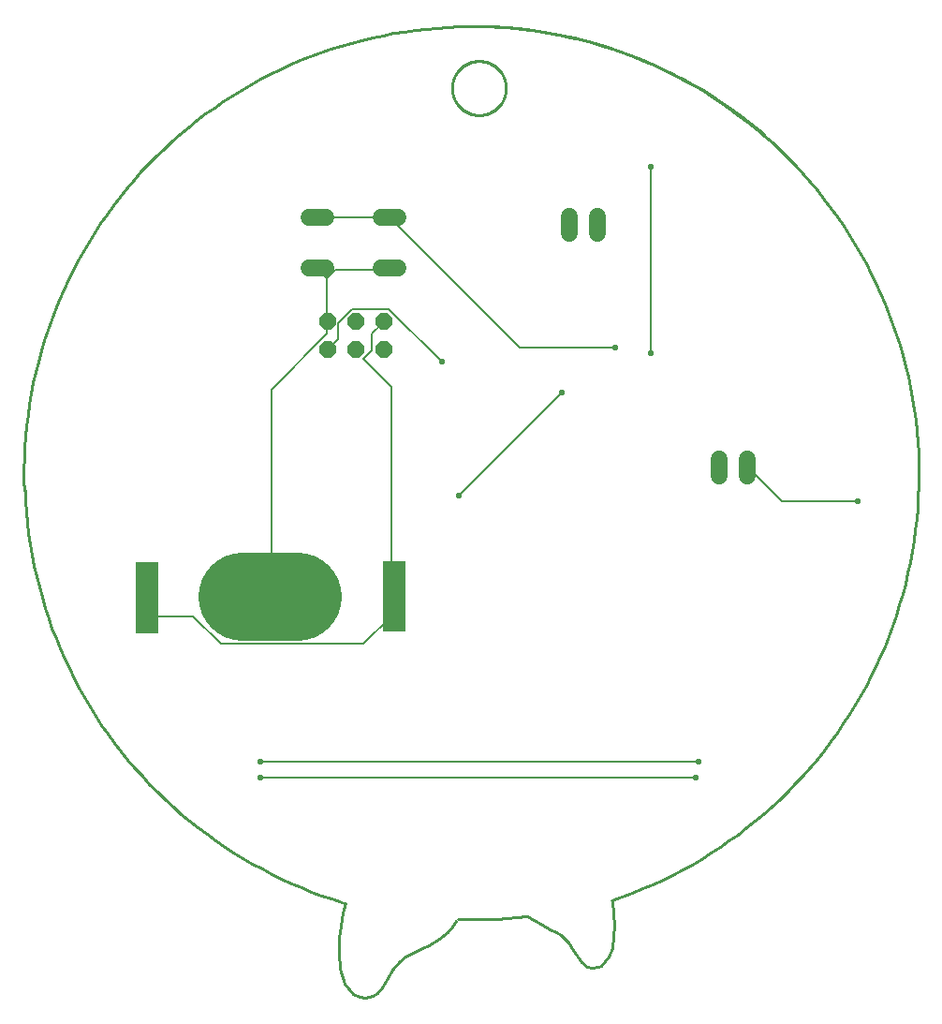
<source format=gbl>
G75*
%MOIN*%
%OFA0B0*%
%FSLAX25Y25*%
%IPPOS*%
%LPD*%
%AMOC8*
5,1,8,0,0,1.08239X$1,22.5*
%
%ADD10C,0.01000*%
%ADD11OC8,0.06000*%
%ADD12R,0.08000X0.12500*%
%ADD13C,0.31496*%
%ADD14C,0.06000*%
%ADD15C,0.00600*%
%ADD16OC8,0.02300*%
D10*
X0128781Y0013704D02*
X0125829Y0017395D01*
X0124106Y0022562D01*
X0123614Y0028714D01*
X0123860Y0033635D01*
X0124352Y0038064D01*
X0125090Y0042739D01*
X0126075Y0046184D01*
X0125336Y0046184D01*
X0145268Y0025269D02*
X0147482Y0026991D01*
X0149943Y0028468D01*
X0153388Y0030190D01*
X0155848Y0031174D01*
X0159293Y0033389D01*
X0162246Y0035604D01*
X0164214Y0037818D01*
X0165445Y0039787D01*
X0145268Y0025269D02*
X0142807Y0022316D01*
X0141085Y0019363D01*
X0139116Y0015919D01*
X0137394Y0014196D01*
X0135671Y0012966D01*
X0133210Y0012228D01*
X0130996Y0012720D01*
X0128781Y0013704D01*
X0190789Y0041263D02*
X0193004Y0040033D01*
X0195957Y0038310D01*
X0198663Y0036834D01*
X0201124Y0035604D01*
X0202846Y0034619D01*
X0205553Y0031913D01*
X0207029Y0029452D01*
X0209982Y0025023D01*
X0211951Y0023546D01*
X0213673Y0023054D01*
X0216134Y0023546D01*
X0217118Y0023793D01*
X0219579Y0026991D01*
X0221055Y0030190D01*
X0221547Y0034373D01*
X0221793Y0038064D01*
X0221547Y0042247D01*
X0221055Y0047169D01*
X0274943Y0319560D02*
X0272010Y0322021D01*
X0269019Y0324411D01*
X0265972Y0326729D01*
X0262869Y0328973D01*
X0259715Y0331142D01*
X0256509Y0333235D01*
X0253253Y0335251D01*
X0249951Y0337188D01*
X0246603Y0339045D01*
X0243211Y0340822D01*
X0239778Y0342517D01*
X0236306Y0344129D01*
X0232795Y0345657D01*
X0229250Y0347102D01*
X0225670Y0348460D01*
X0222059Y0349733D01*
X0218419Y0350919D01*
X0214751Y0352017D01*
X0211058Y0353027D01*
X0207342Y0353949D01*
X0203605Y0354781D01*
X0199849Y0355523D01*
X0196076Y0356176D01*
X0192289Y0356737D01*
X0188489Y0357208D01*
X0184679Y0357588D01*
X0180862Y0357877D01*
X0177038Y0358073D01*
X0173211Y0358179D01*
X0169382Y0358192D01*
X0163956Y0336046D02*
X0163959Y0336282D01*
X0163968Y0336517D01*
X0163982Y0336753D01*
X0164002Y0336988D01*
X0164028Y0337222D01*
X0164060Y0337456D01*
X0164097Y0337689D01*
X0164141Y0337921D01*
X0164189Y0338151D01*
X0164244Y0338381D01*
X0164304Y0338609D01*
X0164370Y0338835D01*
X0164441Y0339060D01*
X0164518Y0339283D01*
X0164600Y0339504D01*
X0164687Y0339723D01*
X0164780Y0339940D01*
X0164879Y0340154D01*
X0164982Y0340366D01*
X0165091Y0340576D01*
X0165204Y0340782D01*
X0165323Y0340986D01*
X0165447Y0341187D01*
X0165575Y0341384D01*
X0165709Y0341579D01*
X0165847Y0341770D01*
X0165990Y0341958D01*
X0166137Y0342142D01*
X0166289Y0342322D01*
X0166445Y0342499D01*
X0166606Y0342672D01*
X0166770Y0342841D01*
X0166939Y0343005D01*
X0167112Y0343166D01*
X0167289Y0343322D01*
X0167469Y0343474D01*
X0167653Y0343621D01*
X0167841Y0343764D01*
X0168032Y0343902D01*
X0168227Y0344036D01*
X0168424Y0344164D01*
X0168625Y0344288D01*
X0168829Y0344407D01*
X0169035Y0344520D01*
X0169245Y0344629D01*
X0169457Y0344732D01*
X0169671Y0344831D01*
X0169888Y0344924D01*
X0170107Y0345011D01*
X0170328Y0345093D01*
X0170551Y0345170D01*
X0170776Y0345241D01*
X0171002Y0345307D01*
X0171230Y0345367D01*
X0171460Y0345422D01*
X0171690Y0345470D01*
X0171922Y0345514D01*
X0172155Y0345551D01*
X0172389Y0345583D01*
X0172623Y0345609D01*
X0172858Y0345629D01*
X0173094Y0345643D01*
X0173329Y0345652D01*
X0173565Y0345655D01*
X0173801Y0345652D01*
X0174036Y0345643D01*
X0174272Y0345629D01*
X0174507Y0345609D01*
X0174741Y0345583D01*
X0174975Y0345551D01*
X0175208Y0345514D01*
X0175440Y0345470D01*
X0175670Y0345422D01*
X0175900Y0345367D01*
X0176128Y0345307D01*
X0176354Y0345241D01*
X0176579Y0345170D01*
X0176802Y0345093D01*
X0177023Y0345011D01*
X0177242Y0344924D01*
X0177459Y0344831D01*
X0177673Y0344732D01*
X0177885Y0344629D01*
X0178095Y0344520D01*
X0178301Y0344407D01*
X0178505Y0344288D01*
X0178706Y0344164D01*
X0178903Y0344036D01*
X0179098Y0343902D01*
X0179289Y0343764D01*
X0179477Y0343621D01*
X0179661Y0343474D01*
X0179841Y0343322D01*
X0180018Y0343166D01*
X0180191Y0343005D01*
X0180360Y0342841D01*
X0180524Y0342672D01*
X0180685Y0342499D01*
X0180841Y0342322D01*
X0180993Y0342142D01*
X0181140Y0341958D01*
X0181283Y0341770D01*
X0181421Y0341579D01*
X0181555Y0341384D01*
X0181683Y0341187D01*
X0181807Y0340986D01*
X0181926Y0340782D01*
X0182039Y0340576D01*
X0182148Y0340366D01*
X0182251Y0340154D01*
X0182350Y0339940D01*
X0182443Y0339723D01*
X0182530Y0339504D01*
X0182612Y0339283D01*
X0182689Y0339060D01*
X0182760Y0338835D01*
X0182826Y0338609D01*
X0182886Y0338381D01*
X0182941Y0338151D01*
X0182989Y0337921D01*
X0183033Y0337689D01*
X0183070Y0337456D01*
X0183102Y0337222D01*
X0183128Y0336988D01*
X0183148Y0336753D01*
X0183162Y0336517D01*
X0183171Y0336282D01*
X0183174Y0336046D01*
X0183171Y0335810D01*
X0183162Y0335575D01*
X0183148Y0335339D01*
X0183128Y0335104D01*
X0183102Y0334870D01*
X0183070Y0334636D01*
X0183033Y0334403D01*
X0182989Y0334171D01*
X0182941Y0333941D01*
X0182886Y0333711D01*
X0182826Y0333483D01*
X0182760Y0333257D01*
X0182689Y0333032D01*
X0182612Y0332809D01*
X0182530Y0332588D01*
X0182443Y0332369D01*
X0182350Y0332152D01*
X0182251Y0331938D01*
X0182148Y0331726D01*
X0182039Y0331516D01*
X0181926Y0331310D01*
X0181807Y0331106D01*
X0181683Y0330905D01*
X0181555Y0330708D01*
X0181421Y0330513D01*
X0181283Y0330322D01*
X0181140Y0330134D01*
X0180993Y0329950D01*
X0180841Y0329770D01*
X0180685Y0329593D01*
X0180524Y0329420D01*
X0180360Y0329251D01*
X0180191Y0329087D01*
X0180018Y0328926D01*
X0179841Y0328770D01*
X0179661Y0328618D01*
X0179477Y0328471D01*
X0179289Y0328328D01*
X0179098Y0328190D01*
X0178903Y0328056D01*
X0178706Y0327928D01*
X0178505Y0327804D01*
X0178301Y0327685D01*
X0178095Y0327572D01*
X0177885Y0327463D01*
X0177673Y0327360D01*
X0177459Y0327261D01*
X0177242Y0327168D01*
X0177023Y0327081D01*
X0176802Y0326999D01*
X0176579Y0326922D01*
X0176354Y0326851D01*
X0176128Y0326785D01*
X0175900Y0326725D01*
X0175670Y0326670D01*
X0175440Y0326622D01*
X0175208Y0326578D01*
X0174975Y0326541D01*
X0174741Y0326509D01*
X0174507Y0326483D01*
X0174272Y0326463D01*
X0174036Y0326449D01*
X0173801Y0326440D01*
X0173565Y0326437D01*
X0173329Y0326440D01*
X0173094Y0326449D01*
X0172858Y0326463D01*
X0172623Y0326483D01*
X0172389Y0326509D01*
X0172155Y0326541D01*
X0171922Y0326578D01*
X0171690Y0326622D01*
X0171460Y0326670D01*
X0171230Y0326725D01*
X0171002Y0326785D01*
X0170776Y0326851D01*
X0170551Y0326922D01*
X0170328Y0326999D01*
X0170107Y0327081D01*
X0169888Y0327168D01*
X0169671Y0327261D01*
X0169457Y0327360D01*
X0169245Y0327463D01*
X0169035Y0327572D01*
X0168829Y0327685D01*
X0168625Y0327804D01*
X0168424Y0327928D01*
X0168227Y0328056D01*
X0168032Y0328190D01*
X0167841Y0328328D01*
X0167653Y0328471D01*
X0167469Y0328618D01*
X0167289Y0328770D01*
X0167112Y0328926D01*
X0166939Y0329087D01*
X0166770Y0329251D01*
X0166606Y0329420D01*
X0166445Y0329593D01*
X0166289Y0329770D01*
X0166137Y0329950D01*
X0165990Y0330134D01*
X0165847Y0330322D01*
X0165709Y0330513D01*
X0165575Y0330708D01*
X0165447Y0330905D01*
X0165323Y0331106D01*
X0165204Y0331310D01*
X0165091Y0331516D01*
X0164982Y0331726D01*
X0164879Y0331938D01*
X0164780Y0332152D01*
X0164687Y0332369D01*
X0164600Y0332588D01*
X0164518Y0332809D01*
X0164441Y0333032D01*
X0164370Y0333257D01*
X0164304Y0333483D01*
X0164244Y0333711D01*
X0164189Y0333941D01*
X0164141Y0334171D01*
X0164097Y0334403D01*
X0164060Y0334636D01*
X0164028Y0334870D01*
X0164002Y0335104D01*
X0163982Y0335339D01*
X0163968Y0335575D01*
X0163959Y0335810D01*
X0163956Y0336046D01*
X0190543Y0041510D02*
X0187044Y0041101D01*
X0183537Y0040769D01*
X0180023Y0040515D01*
X0176504Y0040339D01*
X0172983Y0040241D01*
X0169460Y0040221D01*
X0165937Y0040280D01*
X0220809Y0047169D02*
X0224504Y0048447D01*
X0228165Y0049814D01*
X0231792Y0051272D01*
X0235383Y0052817D01*
X0238934Y0054451D01*
X0242445Y0056170D01*
X0245912Y0057975D01*
X0249334Y0059865D01*
X0252708Y0061837D01*
X0256034Y0063892D01*
X0259308Y0066028D01*
X0262528Y0068243D01*
X0265694Y0070536D01*
X0268802Y0072907D01*
X0271852Y0075352D01*
X0274840Y0077872D01*
X0277766Y0080464D01*
X0280628Y0083127D01*
X0283423Y0085859D01*
X0286151Y0088659D01*
X0288809Y0091525D01*
X0291397Y0094455D01*
X0293912Y0097447D01*
X0296352Y0100501D01*
X0298718Y0103613D01*
X0301006Y0106782D01*
X0303216Y0110006D01*
X0305346Y0113283D01*
X0307396Y0116612D01*
X0309363Y0119990D01*
X0311247Y0123415D01*
X0313047Y0126885D01*
X0314761Y0130398D01*
X0316388Y0133952D01*
X0317928Y0137545D01*
X0319379Y0141174D01*
X0320742Y0144838D01*
X0322014Y0148534D01*
X0323195Y0152261D01*
X0324284Y0156015D01*
X0325281Y0159794D01*
X0326185Y0163597D01*
X0326996Y0167421D01*
X0327713Y0171264D01*
X0328336Y0175123D01*
X0328864Y0178996D01*
X0329297Y0182881D01*
X0329634Y0186775D01*
X0329877Y0190677D01*
X0330023Y0194583D01*
X0330074Y0198491D01*
X0330029Y0202400D01*
X0329888Y0206306D01*
X0329652Y0210208D01*
X0329320Y0214103D01*
X0328893Y0217989D01*
X0328371Y0221863D01*
X0327754Y0225723D01*
X0327043Y0229566D01*
X0326238Y0233391D01*
X0325339Y0237196D01*
X0324348Y0240977D01*
X0323264Y0244732D01*
X0322088Y0248460D01*
X0320822Y0252158D01*
X0319465Y0255824D01*
X0318019Y0259456D01*
X0316485Y0263051D01*
X0314863Y0266608D01*
X0313154Y0270123D01*
X0311360Y0273596D01*
X0309481Y0277024D01*
X0307518Y0280405D01*
X0305474Y0283736D01*
X0303349Y0287017D01*
X0301143Y0290244D01*
X0298860Y0293417D01*
X0296499Y0296533D01*
X0294063Y0299590D01*
X0291553Y0302586D01*
X0288970Y0305520D01*
X0286316Y0308390D01*
X0283592Y0311194D01*
X0280801Y0313930D01*
X0277943Y0316597D01*
X0275021Y0319194D01*
X0272036Y0321718D01*
X0268991Y0324168D01*
X0265886Y0326543D01*
X0262724Y0328841D01*
X0259506Y0331061D01*
X0256236Y0333201D01*
X0252913Y0335261D01*
X0249542Y0337239D01*
X0246123Y0339134D01*
X0242658Y0340944D01*
X0239150Y0342669D01*
X0235601Y0344307D01*
X0232013Y0345858D01*
X0228388Y0347321D01*
X0224729Y0348694D01*
X0221036Y0349978D01*
X0217314Y0351170D01*
X0213563Y0352271D01*
X0209787Y0353280D01*
X0205987Y0354196D01*
X0202165Y0355019D01*
X0198325Y0355748D01*
X0194468Y0356383D01*
X0190596Y0356922D01*
X0186713Y0357367D01*
X0182819Y0357717D01*
X0178919Y0357971D01*
X0175013Y0358130D01*
X0171105Y0358193D01*
X0170120Y0357947D02*
X0166250Y0357890D01*
X0162382Y0357740D01*
X0158519Y0357496D01*
X0154663Y0357157D01*
X0150817Y0356725D01*
X0146982Y0356199D01*
X0143161Y0355580D01*
X0139356Y0354868D01*
X0135570Y0354064D01*
X0131805Y0353167D01*
X0128062Y0352180D01*
X0124345Y0351101D01*
X0120655Y0349933D01*
X0116994Y0348674D01*
X0113366Y0347327D01*
X0109771Y0345892D01*
X0106212Y0344370D01*
X0102691Y0342762D01*
X0099211Y0341069D01*
X0095772Y0339291D01*
X0092378Y0337430D01*
X0089031Y0335487D01*
X0085731Y0333463D01*
X0082482Y0331359D01*
X0079285Y0329177D01*
X0076143Y0326918D01*
X0073056Y0324583D01*
X0070027Y0322173D01*
X0067057Y0319690D01*
X0064149Y0317136D01*
X0061304Y0314512D01*
X0058523Y0311819D01*
X0055809Y0309059D01*
X0053163Y0306234D01*
X0050587Y0303346D01*
X0048081Y0300395D01*
X0045649Y0297384D01*
X0043290Y0294316D01*
X0041007Y0291190D01*
X0038800Y0288010D01*
X0036672Y0284777D01*
X0034623Y0281493D01*
X0032654Y0278161D01*
X0030767Y0274781D01*
X0028963Y0271356D01*
X0027243Y0267889D01*
X0025608Y0264380D01*
X0024059Y0260833D01*
X0022597Y0257250D01*
X0021222Y0253631D01*
X0019936Y0249980D01*
X0018739Y0246300D01*
X0017632Y0242591D01*
X0016616Y0238856D01*
X0015691Y0235097D01*
X0014858Y0231317D01*
X0014117Y0227518D01*
X0013468Y0223702D01*
X0012913Y0219871D01*
X0012452Y0216028D01*
X0012084Y0212175D01*
X0011810Y0208314D01*
X0011630Y0204448D01*
X0011544Y0200578D01*
X0011552Y0196708D01*
X0011655Y0192838D01*
X0011901Y0193083D02*
X0012085Y0189214D01*
X0012364Y0185351D01*
X0012736Y0181495D01*
X0013202Y0177650D01*
X0013761Y0173817D01*
X0014414Y0169999D01*
X0015159Y0166197D01*
X0015997Y0162416D01*
X0016926Y0158655D01*
X0017947Y0154919D01*
X0019058Y0151208D01*
X0020260Y0147525D01*
X0021550Y0143873D01*
X0022930Y0140253D01*
X0024397Y0136668D01*
X0025951Y0133120D01*
X0027590Y0129611D01*
X0029315Y0126143D01*
X0031124Y0122717D01*
X0033015Y0119337D01*
X0034989Y0116004D01*
X0037043Y0112719D01*
X0039176Y0109486D01*
X0041387Y0106306D01*
X0043675Y0103180D01*
X0046039Y0100111D01*
X0048476Y0097101D01*
X0050986Y0094151D01*
X0053567Y0091262D01*
X0056218Y0088438D01*
X0058937Y0085679D01*
X0061722Y0082987D01*
X0064572Y0080363D01*
X0067484Y0077810D01*
X0070459Y0075328D01*
X0073492Y0072919D01*
X0076584Y0070585D01*
X0079731Y0068327D01*
X0082932Y0066147D01*
X0086186Y0064044D01*
X0089490Y0062022D01*
X0092842Y0060081D01*
X0096240Y0058222D01*
X0099682Y0056446D01*
X0103167Y0054754D01*
X0106692Y0053148D01*
X0110255Y0051629D01*
X0113854Y0050196D01*
X0117486Y0048851D01*
X0121151Y0047596D01*
X0124845Y0046429D01*
D11*
X0129559Y0242897D03*
X0129559Y0252897D03*
X0139559Y0252897D03*
X0139559Y0242897D03*
X0119559Y0242897D03*
X0119559Y0252897D03*
D12*
X0143254Y0161444D03*
X0143254Y0148944D03*
X0055254Y0148444D03*
X0055254Y0160944D03*
D13*
X0089412Y0154944D02*
X0109096Y0154944D01*
D14*
X0113129Y0272127D02*
X0119129Y0272127D01*
X0119129Y0289927D02*
X0113129Y0289927D01*
X0138729Y0289927D02*
X0144729Y0289927D01*
X0144729Y0272127D02*
X0138729Y0272127D01*
X0205671Y0284449D02*
X0205671Y0290449D01*
X0215671Y0290449D02*
X0215671Y0284449D01*
X0259018Y0204032D02*
X0259018Y0198032D01*
X0269018Y0198032D02*
X0269018Y0204032D01*
D15*
X0269018Y0201032D02*
X0269601Y0200870D01*
X0281525Y0188945D01*
X0308355Y0188945D01*
X0234822Y0241611D02*
X0234822Y0308189D01*
X0221903Y0243599D02*
X0188118Y0243599D01*
X0142407Y0289309D01*
X0141729Y0289927D01*
X0141289Y0289923D01*
X0116689Y0289923D01*
X0116129Y0289927D01*
X0116129Y0272127D02*
X0116571Y0271422D01*
X0119552Y0268441D01*
X0122533Y0271422D01*
X0141414Y0271422D01*
X0141729Y0272127D01*
X0141414Y0257511D02*
X0128496Y0257511D01*
X0123527Y0252542D01*
X0123527Y0246580D01*
X0120546Y0243599D01*
X0119559Y0242897D01*
X0119552Y0248567D02*
X0099678Y0228693D01*
X0099678Y0155159D01*
X0099254Y0154944D01*
X0098685Y0154166D01*
X0081792Y0138267D02*
X0132470Y0138267D01*
X0142407Y0148204D01*
X0143254Y0148944D01*
X0143089Y0149523D01*
X0143089Y0160923D01*
X0143254Y0161444D01*
X0142407Y0162115D01*
X0142407Y0229687D01*
X0132470Y0239624D01*
X0135451Y0242605D01*
X0135451Y0248567D01*
X0139426Y0252542D01*
X0139559Y0252897D01*
X0141414Y0257511D02*
X0160294Y0238630D01*
X0119552Y0248567D02*
X0119552Y0252542D01*
X0119559Y0252897D01*
X0119552Y0253536D01*
X0119552Y0268441D01*
X0166256Y0190933D02*
X0203023Y0227700D01*
X0251714Y0096531D02*
X0095703Y0096531D01*
X0095703Y0090569D02*
X0250721Y0090569D01*
X0081792Y0138267D02*
X0071855Y0148204D01*
X0055955Y0148204D01*
X0055254Y0148444D01*
X0055489Y0148923D01*
X0055489Y0160923D01*
X0055254Y0160944D01*
X0055955Y0161122D01*
D16*
X0095703Y0090569D03*
X0095703Y0096531D03*
X0166256Y0190933D03*
X0203023Y0227700D03*
X0221903Y0243599D03*
X0234822Y0241611D03*
X0234822Y0308189D03*
X0160294Y0238630D03*
X0251714Y0096531D03*
X0250721Y0090569D03*
X0308355Y0188945D03*
M02*

</source>
